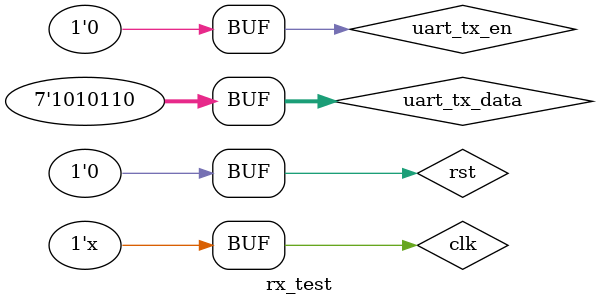
<source format=v>
module rx_test;
reg clk;
reg rst; 
reg uart_tx_en; 
reg [6:0] uart_tx_data; 
wire [7:0] uart_rx_data; 
wire tx_busy, rx_busy;
wire uart_d;

always begin
    #5 clk = ~clk;
end

initial begin
        clk = 0;
        rst = 1;
        uart_tx_en = 0;
        uart_tx_data = 0;
        #10000;
        uart_tx_data = 7'b1100111;
        #10; rst = 0;
        #10; uart_tx_en = 1;
        #10; uart_tx_en = 0;
        #5208;
        #5208;

        uart_tx_data = 7'b1100110;
        #10; uart_tx_en = 1;
        #10; uart_tx_en = 0;
        #5208;
        #5208;

        uart_tx_data = 7'b1010110;
        #10; uart_tx_en = 1;
        #10; uart_tx_en = 0;
        #5208;
        #5208;
end
uart_tx tx0(clk, rst, uart_tx_en, uart_tx_data, tx_busy, uart_d);
uart_rx rx0(clk, rst, uart_d, rx_busy, uart_rx_data);
endmodule
</source>
